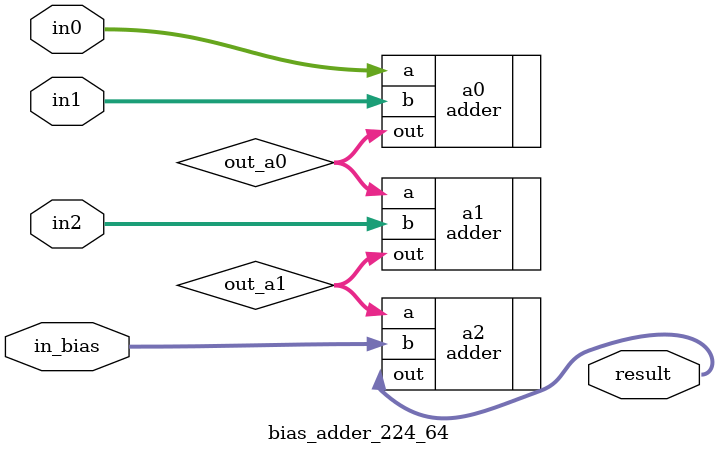
<source format=v>
`timescale 1ns / 1ps


module bias_adder_224_64(
    result,
    in0,
    in1,
    in2,
    in_bias
    );
    
    input wire [31:0] in0, in1, in2, in_bias;
    output wire [31:0] result;
    
    wire [31:0] out_a0, out_a1;
    
adder a0(
    .a(in0),
    .b(in1),
    .out(out_a0)
    );

adder a1(
    .a(out_a0),
    .b(in2),
    .out(out_a1)
    );

adder a2(
    .a(out_a1),
    .b(in_bias),
    .out(result)
    );
endmodule

</source>
